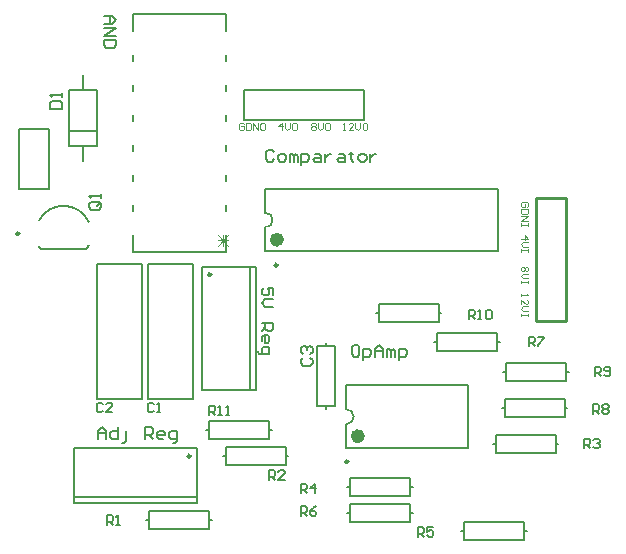
<source format=gto>
G04*
G04 #@! TF.GenerationSoftware,Altium Limited,Altium Designer,19.1.8 (144)*
G04*
G04 Layer_Color=65535*
%FSLAX23Y23*%
%MOIN*%
G70*
G01*
G75*
%ADD10C,0.024*%
%ADD11C,0.010*%
%ADD12C,0.008*%
%ADD13C,0.010*%
%ADD14C,0.006*%
%ADD15C,0.004*%
%ADD16C,0.003*%
%ADD17C,0.006*%
%ADD18C,0.005*%
D10*
X3108Y2300D02*
G03*
X3108Y2300I-12J0D01*
G01*
X2838Y2955D02*
G03*
X2838Y2955I-12J0D01*
G01*
D11*
X3064Y2215D02*
G03*
X3064Y2215I-5J0D01*
G01*
X2829Y2870D02*
G03*
X2829Y2870I-5J0D01*
G01*
X1968Y2975D02*
G03*
X1968Y2975I-5J0D01*
G01*
X2539Y2233D02*
G03*
X2539Y2233I-5J0D01*
G01*
X2607Y2839D02*
G03*
X2607Y2839I-5J0D01*
G01*
D12*
X3057Y2340D02*
G03*
X3057Y2390I0J25D01*
G01*
X2787Y2995D02*
G03*
X2787Y3045I0J25D01*
G01*
X2033Y2932D02*
G03*
X2039Y2922I82J43D01*
G01*
X2191D02*
G03*
X2199Y2936I-76J53D01*
G01*
X2199Y3014D02*
G03*
X2033Y3018I-84J-39D01*
G01*
X2960Y2600D02*
X2990D01*
X2960Y2400D02*
Y2600D01*
Y2400D02*
X3020D01*
Y2600D01*
X2990D02*
X3020D01*
X2990Y2391D02*
Y2400D01*
Y2600D02*
Y2609D01*
X2134Y3268D02*
Y3452D01*
Y3268D02*
X2226D01*
Y3452D01*
X2134D02*
X2226D01*
X2180D02*
Y3502D01*
Y3218D02*
Y3268D01*
X2134Y3318D02*
X2226D01*
X3463Y2261D02*
Y2469D01*
X3057Y2390D02*
Y2469D01*
Y2261D02*
Y2340D01*
Y2469D02*
X3463D01*
X3057Y2261D02*
X3463D01*
X2787Y2916D02*
X3563D01*
X2787Y3124D02*
X3563D01*
X2787Y2916D02*
Y2995D01*
Y3045D02*
Y3124D01*
X3563Y2916D02*
Y3124D01*
X2545Y2425D02*
Y2875D01*
X2395D02*
X2545D01*
X2395Y2425D02*
Y2875D01*
Y2425D02*
X2545D01*
X2225D02*
Y2875D01*
Y2425D02*
X2375D01*
Y2875D01*
X2225D02*
X2375D01*
X1965Y3325D02*
X2065D01*
Y3125D02*
Y3325D01*
X1965Y3125D02*
X2065D01*
X1965D02*
Y3325D01*
X2039Y2922D02*
X2191D01*
X3115Y3355D02*
Y3455D01*
X2715Y3355D02*
X3115D01*
X2715Y3455D02*
X3115D01*
X2715Y3355D02*
Y3455D01*
X2150Y2097D02*
X2560D01*
X2560Y2078D02*
Y2259D01*
X2150D02*
X2560D01*
X2150Y2078D02*
Y2259D01*
Y2078D02*
X2560D01*
X2646Y2235D02*
X2655D01*
X2855D02*
X2864D01*
X2655D02*
Y2265D01*
X2855D01*
Y2205D02*
Y2265D01*
X2655Y2205D02*
X2855D01*
X2655D02*
Y2235D01*
X2800Y2320D02*
Y2350D01*
X2600D02*
X2800D01*
X2600Y2290D02*
Y2350D01*
Y2290D02*
X2800D01*
Y2320D01*
X2591D02*
X2600D01*
X2800D02*
X2809D01*
X3351Y2615D02*
X3360D01*
X3560D02*
X3569D01*
X3360D02*
Y2645D01*
X3560D01*
Y2585D02*
Y2645D01*
X3360Y2585D02*
X3560D01*
X3360D02*
Y2615D01*
X2757Y2455D02*
Y2865D01*
X2576Y2455D02*
X2757D01*
X2576D02*
Y2865D01*
Y2865D02*
X2757D01*
X2738Y2455D02*
Y2865D01*
X3576Y2395D02*
X3585D01*
X3785D02*
X3794D01*
X3585D02*
Y2425D01*
X3785D01*
Y2365D02*
Y2425D01*
X3585Y2365D02*
X3785D01*
X3585D02*
Y2395D01*
X3581Y2515D02*
X3590D01*
X3790D02*
X3799D01*
X3590D02*
Y2545D01*
X3790D01*
Y2485D02*
Y2545D01*
X3590Y2485D02*
X3790D01*
X3590D02*
Y2515D01*
X3270Y2130D02*
X3279D01*
X3061D02*
X3070D01*
X3270Y2100D02*
Y2130D01*
X3070Y2100D02*
X3270D01*
X3070D02*
Y2160D01*
X3270D01*
Y2130D02*
Y2160D01*
X2391Y2020D02*
X2400D01*
X2600D02*
X2609D01*
X2400D02*
Y2050D01*
X2600D01*
Y1990D02*
Y2050D01*
X2400Y1990D02*
X2600D01*
X2400D02*
Y2020D01*
X3156Y2710D02*
X3165D01*
X3365D02*
X3374D01*
X3165D02*
Y2740D01*
X3365D01*
Y2680D02*
Y2740D01*
X3165Y2680D02*
X3365D01*
X3165D02*
Y2710D01*
X3546Y2275D02*
X3555D01*
X3755D02*
X3764D01*
X3555D02*
Y2305D01*
X3755D01*
Y2245D02*
Y2305D01*
X3555Y2245D02*
X3755D01*
X3555D02*
Y2275D01*
X3061Y2045D02*
X3070D01*
X3270D02*
X3279D01*
X3070D02*
Y2075D01*
X3270D01*
Y2015D02*
Y2075D01*
X3070Y2015D02*
X3270D01*
X3070D02*
Y2045D01*
X3441Y1985D02*
X3450D01*
X3650D02*
X3659D01*
X3450D02*
Y2015D01*
X3650D01*
Y1955D02*
Y2015D01*
X3450Y1955D02*
X3650D01*
X3450D02*
Y1985D01*
D13*
X3690Y2685D02*
Y3095D01*
Y2685D02*
X3790D01*
Y3095D01*
X3690D02*
X3790D01*
D14*
X2345Y3051D02*
Y3069D01*
Y3151D02*
Y3169D01*
Y3251D02*
Y3269D01*
Y3351D02*
Y3369D01*
Y3451D02*
Y3469D01*
Y3551D02*
Y3569D01*
X2655Y3651D02*
Y3707D01*
Y3551D02*
Y3569D01*
Y3451D02*
Y3469D01*
Y3351D02*
Y3369D01*
Y3251D02*
Y3269D01*
Y3151D02*
Y3169D01*
Y3051D02*
Y3069D01*
Y2912D02*
Y2969D01*
X2345Y2912D02*
X2655D01*
X2345Y3651D02*
Y3707D01*
X2655D01*
X2345Y2912D02*
Y2969D01*
D15*
X3660Y3064D02*
X3664Y3068D01*
Y3076D01*
X3660Y3080D01*
X3644D01*
X3640Y3076D01*
Y3068D01*
X3644Y3064D01*
X3652D01*
Y3072D01*
X3664Y3056D02*
X3640D01*
Y3045D01*
X3644Y3041D01*
X3660D01*
X3664Y3045D01*
Y3056D01*
X3640Y3033D02*
X3664D01*
X3640Y3017D01*
X3664D01*
Y3009D02*
Y3001D01*
Y3005D01*
X3640D01*
Y3009D01*
Y3001D01*
Y2958D02*
X3664D01*
X3652Y2970D01*
Y2954D01*
X3664Y2946D02*
X3648D01*
X3640Y2939D01*
X3648Y2931D01*
X3664D01*
Y2923D02*
Y2915D01*
Y2919D01*
X3640D01*
Y2923D01*
Y2915D01*
X3660Y2865D02*
X3664Y2861D01*
Y2853D01*
X3660Y2849D01*
X3656D01*
X3652Y2853D01*
X3648Y2849D01*
X3644D01*
X3640Y2853D01*
Y2861D01*
X3644Y2865D01*
X3648D01*
X3652Y2861D01*
X3656Y2865D01*
X3660D01*
X3652Y2861D02*
Y2853D01*
X3664Y2841D02*
X3648D01*
X3640Y2834D01*
X3648Y2826D01*
X3664D01*
Y2818D02*
Y2810D01*
Y2814D01*
X3640D01*
Y2818D01*
Y2810D01*
Y2775D02*
Y2767D01*
Y2771D01*
X3664D01*
X3660Y2775D01*
X3640Y2740D02*
Y2755D01*
X3656Y2740D01*
X3660D01*
X3664Y2744D01*
Y2751D01*
X3660Y2755D01*
X3664Y2732D02*
X3648D01*
X3640Y2724D01*
X3648Y2716D01*
X3664D01*
Y2708D02*
Y2700D01*
Y2704D01*
X3640D01*
Y2708D01*
Y2700D01*
X3045Y3320D02*
X3053D01*
X3049D01*
Y3344D01*
X3045Y3340D01*
X3080Y3320D02*
X3065D01*
X3080Y3336D01*
Y3340D01*
X3076Y3344D01*
X3069D01*
X3065Y3340D01*
X3088Y3344D02*
Y3328D01*
X3096Y3320D01*
X3104Y3328D01*
Y3344D01*
X3124D02*
X3116D01*
X3112Y3340D01*
Y3324D01*
X3116Y3320D01*
X3124D01*
X3128Y3324D01*
Y3340D01*
X3124Y3344D01*
X2940Y3340D02*
X2944Y3344D01*
X2952D01*
X2956Y3340D01*
Y3336D01*
X2952Y3332D01*
X2956Y3328D01*
Y3324D01*
X2952Y3320D01*
X2944D01*
X2940Y3324D01*
Y3328D01*
X2944Y3332D01*
X2940Y3336D01*
Y3340D01*
X2944Y3332D02*
X2952D01*
X2964Y3344D02*
Y3328D01*
X2971Y3320D01*
X2979Y3328D01*
Y3344D01*
X2999D02*
X2991D01*
X2987Y3340D01*
Y3324D01*
X2991Y3320D01*
X2999D01*
X3003Y3324D01*
Y3340D01*
X2999Y3344D01*
X2842Y3320D02*
Y3344D01*
X2830Y3332D01*
X2846D01*
X2854Y3344D02*
Y3328D01*
X2861Y3320D01*
X2869Y3328D01*
Y3344D01*
X2889D02*
X2881D01*
X2877Y3340D01*
Y3324D01*
X2881Y3320D01*
X2889D01*
X2893Y3324D01*
Y3340D01*
X2889Y3344D01*
X2716Y3340D02*
X2712Y3344D01*
X2704D01*
X2700Y3340D01*
Y3324D01*
X2704Y3320D01*
X2712D01*
X2716Y3324D01*
Y3332D01*
X2708D01*
X2724Y3344D02*
Y3320D01*
X2735D01*
X2739Y3324D01*
Y3340D01*
X2735Y3344D01*
X2724D01*
X2747Y3320D02*
Y3344D01*
X2763Y3320D01*
Y3344D01*
X2783D02*
X2775D01*
X2771Y3340D01*
Y3324D01*
X2775Y3320D01*
X2783D01*
X2787Y3324D01*
Y3340D01*
X2783Y3344D01*
D16*
X2662Y2935D02*
X2629Y2969D01*
X2662D02*
X2629Y2935D01*
X2662Y2952D02*
X2629D01*
X2646Y2969D02*
Y2935D01*
D17*
X2912Y2561D02*
X2906Y2555D01*
Y2542D01*
X2912Y2535D01*
X2938D01*
X2945Y2542D01*
Y2555D01*
X2938Y2561D01*
X2912Y2574D02*
X2906Y2581D01*
Y2594D01*
X2912Y2601D01*
X2919D01*
X2925Y2594D01*
Y2587D01*
Y2594D01*
X2932Y2601D01*
X2938D01*
X2945Y2594D01*
Y2581D01*
X2938Y2574D01*
X2071Y3390D02*
X2110D01*
Y3410D01*
X2103Y3416D01*
X2077D01*
X2071Y3410D01*
Y3390D01*
X2110Y3429D02*
Y3442D01*
Y3436D01*
X2071D01*
X2077Y3429D01*
X2233Y3081D02*
X2207D01*
X2201Y3075D01*
Y3062D01*
X2207Y3055D01*
X2233D01*
X2240Y3062D01*
Y3075D01*
X2227Y3068D02*
X2240Y3081D01*
Y3075D02*
X2233Y3081D01*
X2240Y3094D02*
Y3107D01*
Y3101D01*
X2201D01*
X2207Y3094D01*
X2250Y3700D02*
X2276D01*
X2289Y3687D01*
X2276Y3674D01*
X2250D01*
X2270D01*
Y3700D01*
X2250Y3661D02*
X2289D01*
X2250Y3634D01*
X2289D01*
Y3621D02*
X2250D01*
Y3602D01*
X2257Y3595D01*
X2283D01*
X2289Y3602D01*
Y3621D01*
X2816Y3248D02*
X2810Y3254D01*
X2797D01*
X2790Y3248D01*
Y3222D01*
X2797Y3215D01*
X2810D01*
X2816Y3222D01*
X2836Y3215D02*
X2849D01*
X2856Y3222D01*
Y3235D01*
X2849Y3241D01*
X2836D01*
X2829Y3235D01*
Y3222D01*
X2836Y3215D01*
X2869D02*
Y3241D01*
X2875D01*
X2882Y3235D01*
Y3215D01*
Y3235D01*
X2888Y3241D01*
X2895Y3235D01*
Y3215D01*
X2908Y3202D02*
Y3241D01*
X2928D01*
X2934Y3235D01*
Y3222D01*
X2928Y3215D01*
X2908D01*
X2954Y3241D02*
X2967D01*
X2974Y3235D01*
Y3215D01*
X2954D01*
X2947Y3222D01*
X2954Y3228D01*
X2974D01*
X2987Y3241D02*
Y3215D01*
Y3228D01*
X2993Y3235D01*
X3000Y3241D01*
X3006D01*
X3033D02*
X3046D01*
X3052Y3235D01*
Y3215D01*
X3033D01*
X3026Y3222D01*
X3033Y3228D01*
X3052D01*
X3072Y3248D02*
Y3241D01*
X3066D01*
X3079D01*
X3072D01*
Y3222D01*
X3079Y3215D01*
X3105D02*
X3118D01*
X3125Y3222D01*
Y3235D01*
X3118Y3241D01*
X3105D01*
X3098Y3235D01*
Y3222D01*
X3105Y3215D01*
X3138Y3241D02*
Y3215D01*
Y3228D01*
X3144Y3235D01*
X3151Y3241D01*
X3157D01*
X3095Y2604D02*
X3082D01*
X3075Y2598D01*
Y2572D01*
X3082Y2565D01*
X3095D01*
X3101Y2572D01*
Y2598D01*
X3095Y2604D01*
X3114Y2552D02*
Y2591D01*
X3134D01*
X3141Y2585D01*
Y2572D01*
X3134Y2565D01*
X3114D01*
X3154D02*
Y2591D01*
X3167Y2604D01*
X3180Y2591D01*
Y2565D01*
Y2585D01*
X3154D01*
X3193Y2565D02*
Y2591D01*
X3200D01*
X3206Y2585D01*
Y2565D01*
Y2585D01*
X3213Y2591D01*
X3219Y2585D01*
Y2565D01*
X3232Y2552D02*
Y2591D01*
X3252D01*
X3259Y2585D01*
Y2572D01*
X3252Y2565D01*
X3232D01*
X2814Y2769D02*
Y2795D01*
X2795D01*
X2801Y2782D01*
Y2775D01*
X2795Y2769D01*
X2782D01*
X2775Y2775D01*
Y2788D01*
X2782Y2795D01*
X2814Y2756D02*
X2788D01*
X2775Y2743D01*
X2788Y2729D01*
X2814D01*
X2775Y2677D02*
X2814D01*
Y2657D01*
X2808Y2651D01*
X2795D01*
X2788Y2657D01*
Y2677D01*
Y2664D02*
X2775Y2651D01*
Y2618D02*
Y2631D01*
X2782Y2638D01*
X2795D01*
X2801Y2631D01*
Y2618D01*
X2795Y2611D01*
X2788D01*
Y2638D01*
X2762Y2585D02*
Y2579D01*
X2768Y2572D01*
X2801D01*
Y2592D01*
X2795Y2598D01*
X2782D01*
X2775Y2592D01*
Y2572D01*
X2230Y2290D02*
Y2316D01*
X2243Y2329D01*
X2256Y2316D01*
Y2290D01*
Y2310D01*
X2230D01*
X2296Y2329D02*
Y2290D01*
X2276D01*
X2269Y2297D01*
Y2310D01*
X2276Y2316D01*
X2296D01*
X2309Y2277D02*
X2315D01*
X2322Y2283D01*
Y2316D01*
X2387Y2290D02*
Y2329D01*
X2407D01*
X2414Y2323D01*
Y2310D01*
X2407Y2303D01*
X2387D01*
X2401D02*
X2414Y2290D01*
X2446D02*
X2433D01*
X2427Y2297D01*
Y2310D01*
X2433Y2316D01*
X2446D01*
X2453Y2310D01*
Y2303D01*
X2427D01*
X2479Y2277D02*
X2486D01*
X2492Y2283D01*
Y2316D01*
X2473D01*
X2466Y2310D01*
Y2297D01*
X2473Y2290D01*
X2492D01*
D18*
X2600Y2370D02*
Y2401D01*
X2616D01*
X2621Y2396D01*
Y2386D01*
X2616Y2380D01*
X2600D01*
X2610D02*
X2621Y2370D01*
X2631D02*
X2642D01*
X2637D01*
Y2401D01*
X2631Y2396D01*
X2658Y2370D02*
X2668D01*
X2663D01*
Y2401D01*
X2658Y2396D01*
X2416Y2406D02*
X2411Y2411D01*
X2400D01*
X2395Y2406D01*
Y2385D01*
X2400Y2380D01*
X2411D01*
X2416Y2385D01*
X2426Y2380D02*
X2437D01*
X2432D01*
Y2411D01*
X2426Y2406D01*
X2246D02*
X2241Y2411D01*
X2230D01*
X2225Y2406D01*
Y2385D01*
X2230Y2380D01*
X2241D01*
X2246Y2385D01*
X2277Y2380D02*
X2256D01*
X2277Y2401D01*
Y2406D01*
X2272Y2411D01*
X2262D01*
X2256Y2406D01*
X2260Y2005D02*
Y2036D01*
X2276D01*
X2281Y2031D01*
Y2021D01*
X2276Y2015D01*
X2260D01*
X2270D02*
X2281Y2005D01*
X2291D02*
X2302D01*
X2297D01*
Y2036D01*
X2291Y2031D01*
X2800Y2155D02*
Y2186D01*
X2816D01*
X2821Y2181D01*
Y2171D01*
X2816Y2165D01*
X2800D01*
X2810D02*
X2821Y2155D01*
X2852D02*
X2831D01*
X2852Y2176D01*
Y2181D01*
X2847Y2186D01*
X2837D01*
X2831Y2181D01*
X3850Y2260D02*
Y2291D01*
X3866D01*
X3871Y2286D01*
Y2276D01*
X3866Y2270D01*
X3850D01*
X3860D02*
X3871Y2260D01*
X3881Y2286D02*
X3887Y2291D01*
X3897D01*
X3902Y2286D01*
Y2281D01*
X3897Y2276D01*
X3892D01*
X3897D01*
X3902Y2270D01*
Y2265D01*
X3897Y2260D01*
X3887D01*
X3881Y2265D01*
X2905Y2110D02*
Y2141D01*
X2921D01*
X2926Y2136D01*
Y2126D01*
X2921Y2120D01*
X2905D01*
X2915D02*
X2926Y2110D01*
X2952D02*
Y2141D01*
X2936Y2126D01*
X2957D01*
X3295Y1965D02*
Y1996D01*
X3311D01*
X3316Y1991D01*
Y1981D01*
X3311Y1975D01*
X3295D01*
X3305D02*
X3316Y1965D01*
X3347Y1996D02*
X3326D01*
Y1981D01*
X3337Y1986D01*
X3342D01*
X3347Y1981D01*
Y1970D01*
X3342Y1965D01*
X3332D01*
X3326Y1970D01*
X2905Y2035D02*
Y2066D01*
X2921D01*
X2926Y2061D01*
Y2051D01*
X2921Y2045D01*
X2905D01*
X2915D02*
X2926Y2035D01*
X2957Y2066D02*
X2947Y2061D01*
X2936Y2051D01*
Y2040D01*
X2942Y2035D01*
X2952D01*
X2957Y2040D01*
Y2045D01*
X2952Y2051D01*
X2936D01*
X3665Y2600D02*
Y2631D01*
X3681D01*
X3686Y2626D01*
Y2616D01*
X3681Y2610D01*
X3665D01*
X3675D02*
X3686Y2600D01*
X3696Y2631D02*
X3717D01*
Y2626D01*
X3696Y2605D01*
Y2600D01*
X3880Y2375D02*
Y2406D01*
X3896D01*
X3901Y2401D01*
Y2391D01*
X3896Y2385D01*
X3880D01*
X3890D02*
X3901Y2375D01*
X3911Y2401D02*
X3917Y2406D01*
X3927D01*
X3932Y2401D01*
Y2396D01*
X3927Y2391D01*
X3932Y2385D01*
Y2380D01*
X3927Y2375D01*
X3917D01*
X3911Y2380D01*
Y2385D01*
X3917Y2391D01*
X3911Y2396D01*
Y2401D01*
X3917Y2391D02*
X3927D01*
X3885Y2500D02*
Y2531D01*
X3901D01*
X3906Y2526D01*
Y2516D01*
X3901Y2510D01*
X3885D01*
X3895D02*
X3906Y2500D01*
X3916Y2505D02*
X3922Y2500D01*
X3932D01*
X3937Y2505D01*
Y2526D01*
X3932Y2531D01*
X3922D01*
X3916Y2526D01*
Y2521D01*
X3922Y2516D01*
X3937D01*
X3465Y2690D02*
Y2721D01*
X3481D01*
X3486Y2716D01*
Y2706D01*
X3481Y2700D01*
X3465D01*
X3475D02*
X3486Y2690D01*
X3496D02*
X3507D01*
X3502D01*
Y2721D01*
X3496Y2716D01*
X3523D02*
X3528Y2721D01*
X3538D01*
X3544Y2716D01*
Y2695D01*
X3538Y2690D01*
X3528D01*
X3523Y2695D01*
Y2716D01*
M02*

</source>
